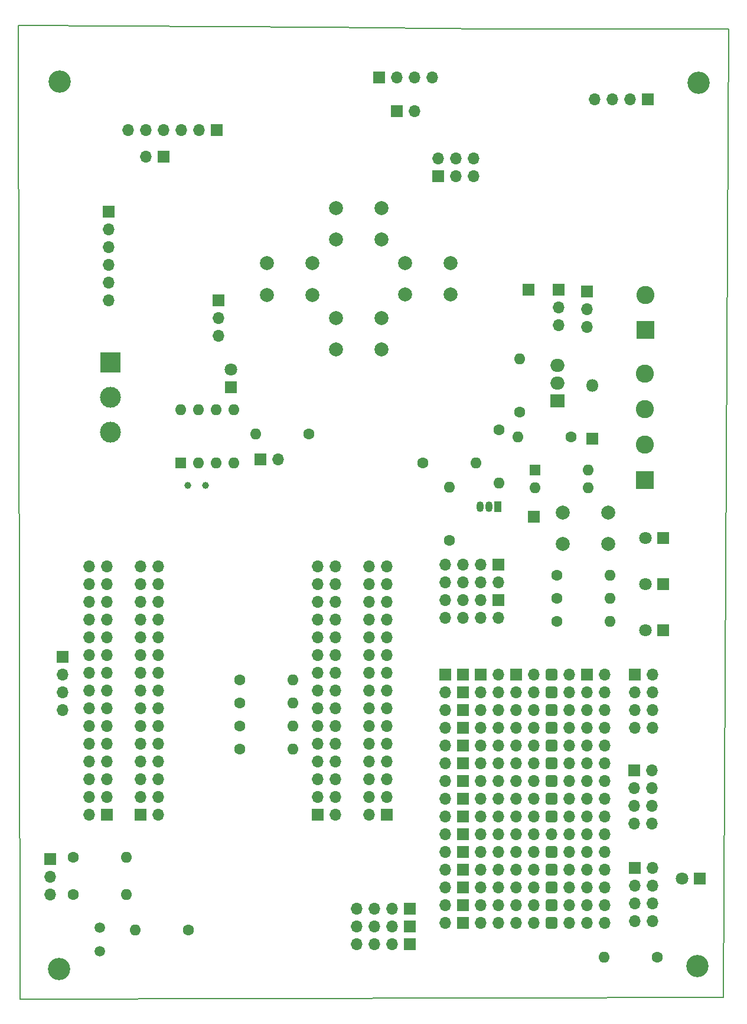
<source format=gbr>
%TF.GenerationSoftware,KiCad,Pcbnew,8.0.1*%
%TF.CreationDate,2024-10-06T19:08:46+02:00*%
%TF.ProjectId,CREPP.io,43524550-502e-4696-9f2e-6b696361645f,rev?*%
%TF.SameCoordinates,Original*%
%TF.FileFunction,Soldermask,Bot*%
%TF.FilePolarity,Negative*%
%FSLAX46Y46*%
G04 Gerber Fmt 4.6, Leading zero omitted, Abs format (unit mm)*
G04 Created by KiCad (PCBNEW 8.0.1) date 2024-10-06 19:08:46*
%MOMM*%
%LPD*%
G01*
G04 APERTURE LIST*
G04 Aperture macros list*
%AMFreePoly0*
4,1,25,-0.850000,0.425000,-0.829199,0.556332,-0.768832,0.674809,-0.674809,0.768832,-0.556332,0.829199,-0.425000,0.850000,0.425000,0.850000,0.556332,0.829199,0.674809,0.768832,0.768832,0.674809,0.829199,0.556332,0.850000,0.425000,0.850000,-0.425000,0.829199,-0.556332,0.768832,-0.674809,0.674809,-0.768832,0.556332,-0.829199,0.425000,-0.850000,-0.425000,-0.850000,-0.556332,-0.829199,
-0.674809,-0.768832,-0.768832,-0.674809,-0.829199,-0.556332,-0.850000,-0.425000,-0.850000,0.425000,-0.850000,0.425000,$1*%
G04 Aperture macros list end*
%ADD10C,1.600000*%
%ADD11O,1.600000X1.600000*%
%ADD12R,1.700000X1.700000*%
%ADD13O,1.700000X1.700000*%
%ADD14R,3.000000X3.000000*%
%ADD15C,3.000000*%
%ADD16R,1.800000X1.800000*%
%ADD17C,1.800000*%
%ADD18C,2.000000*%
%ADD19C,3.200000*%
%ADD20R,2.600000X2.600000*%
%ADD21C,2.600000*%
%ADD22R,1.600000X1.600000*%
%ADD23O,1.800000X1.800000*%
%ADD24C,1.500000*%
%ADD25FreePoly0,0.000000*%
%ADD26C,1.000000*%
%ADD27R,2.000000X1.905000*%
%ADD28O,2.000000X1.905000*%
%ADD29R,1.050000X1.500000*%
%ADD30O,1.050000X1.500000*%
%TA.AperFunction,Profile*%
%ADD31C,0.200000*%
%TD*%
G04 APERTURE END LIST*
D10*
%TO.C,R7*%
X176570194Y-97028989D03*
D11*
X184190194Y-97028989D03*
%TD*%
D12*
%TO.C,J25*%
X112333194Y-41681989D03*
D13*
X112333194Y-44221989D03*
X112333194Y-46761989D03*
X112333194Y-49301989D03*
X112333194Y-51841989D03*
X112333194Y-54381989D03*
%TD*%
D14*
%TO.C,RV1*%
X112562194Y-63246989D03*
D15*
X112562194Y-68246989D03*
X112562194Y-73246989D03*
%TD*%
D12*
%TO.C,J20*%
X155488194Y-146558989D03*
D13*
X152948194Y-146558989D03*
X150408194Y-146558989D03*
X147868194Y-146558989D03*
%TD*%
D12*
%TO.C,J30*%
X176824194Y-52847989D03*
D13*
X176824194Y-55387989D03*
X176824194Y-57927989D03*
%TD*%
D12*
%TO.C,J13*%
X168188194Y-92202989D03*
D13*
X168188194Y-94742989D03*
X165648194Y-92202989D03*
X165648194Y-94742989D03*
X163108194Y-92202989D03*
X163108194Y-94742989D03*
X160568194Y-92202989D03*
X160568194Y-94742989D03*
%TD*%
D16*
%TO.C,D3*%
X191810194Y-101600989D03*
D17*
X189270194Y-101600989D03*
%TD*%
D18*
%TO.C,SW4*%
X144872194Y-56932989D03*
X151372194Y-56932989D03*
X144872194Y-61432989D03*
X151372194Y-61432989D03*
%TD*%
D12*
%TO.C,J4*%
X116880194Y-128016989D03*
D13*
X119420194Y-128016989D03*
X116880194Y-125476989D03*
X119420194Y-125476989D03*
X116880194Y-122936989D03*
X119420194Y-122936989D03*
X116880194Y-120396989D03*
X119420194Y-120396989D03*
X116880194Y-117856989D03*
X119420194Y-117856989D03*
X116880194Y-115316989D03*
X119420194Y-115316989D03*
X116880194Y-112776989D03*
X119420194Y-112776989D03*
X116880194Y-110236989D03*
X119420194Y-110236989D03*
X116880194Y-107696989D03*
X119420194Y-107696989D03*
X116880194Y-105156989D03*
X119420194Y-105156989D03*
X116880194Y-102616989D03*
X119420194Y-102616989D03*
X116880194Y-100076989D03*
X119420194Y-100076989D03*
X116880194Y-97536989D03*
X119420194Y-97536989D03*
X116880194Y-94996989D03*
X119420194Y-94996989D03*
X116880194Y-92456989D03*
X119420194Y-92456989D03*
%TD*%
D12*
%TO.C,J15*%
X168188194Y-97282989D03*
D13*
X168188194Y-99822989D03*
X165648194Y-97282989D03*
X165648194Y-99822989D03*
X163108194Y-97282989D03*
X163108194Y-99822989D03*
X160568194Y-97282989D03*
X160568194Y-99822989D03*
%TD*%
D10*
%TO.C,R27*%
X141010194Y-73533989D03*
D11*
X133390194Y-73533989D03*
%TD*%
D12*
%TO.C,J19*%
X155488194Y-141478989D03*
D13*
X152948194Y-141478989D03*
X150408194Y-141478989D03*
X147868194Y-141478989D03*
%TD*%
D12*
%TO.C,J16*%
X159552194Y-36576989D03*
D13*
X159552194Y-34036989D03*
X162092194Y-36576989D03*
X162092194Y-34036989D03*
X164632194Y-36576989D03*
X164632194Y-34036989D03*
%TD*%
D12*
%TO.C,J6*%
X152186194Y-128016989D03*
D13*
X149646194Y-128016989D03*
X152186194Y-125476989D03*
X149646194Y-125476989D03*
X152186194Y-122936989D03*
X149646194Y-122936989D03*
X152186194Y-120396989D03*
X149646194Y-120396989D03*
X152186194Y-117856989D03*
X149646194Y-117856989D03*
X152186194Y-115316989D03*
X149646194Y-115316989D03*
X152186194Y-112776989D03*
X149646194Y-112776989D03*
X152186194Y-110236989D03*
X149646194Y-110236989D03*
X152186194Y-107696989D03*
X149646194Y-107696989D03*
X152186194Y-105156989D03*
X149646194Y-105156989D03*
X152186194Y-102616989D03*
X149646194Y-102616989D03*
X152186194Y-100076989D03*
X149646194Y-100076989D03*
X152186194Y-97536989D03*
X149646194Y-97536989D03*
X152186194Y-94996989D03*
X149646194Y-94996989D03*
X152186194Y-92456989D03*
X149646194Y-92456989D03*
%TD*%
D19*
%TO.C,H1*%
X196839394Y-23216589D03*
%TD*%
D12*
%TO.C,J7*%
X112054194Y-128016989D03*
D13*
X109514194Y-128016989D03*
X112054194Y-125476989D03*
X109514194Y-125476989D03*
X112054194Y-122936989D03*
X109514194Y-122936989D03*
X112054194Y-120396989D03*
X109514194Y-120396989D03*
X112054194Y-117856989D03*
X109514194Y-117856989D03*
X112054194Y-115316989D03*
X109514194Y-115316989D03*
X112054194Y-112776989D03*
X109514194Y-112776989D03*
X112054194Y-110236989D03*
X109514194Y-110236989D03*
X112054194Y-107696989D03*
X109514194Y-107696989D03*
X112054194Y-105156989D03*
X109514194Y-105156989D03*
X112054194Y-102616989D03*
X109514194Y-102616989D03*
X112054194Y-100076989D03*
X109514194Y-100076989D03*
X112054194Y-97536989D03*
X109514194Y-97536989D03*
X112054194Y-94996989D03*
X109514194Y-94996989D03*
X112054194Y-92456989D03*
X109514194Y-92456989D03*
%TD*%
D19*
%TO.C,H4*%
X196686994Y-149708589D03*
%TD*%
%TO.C,H2*%
X105246994Y-23064189D03*
%TD*%
D20*
%TO.C,J33*%
X189270194Y-58594989D03*
D21*
X189270194Y-53594989D03*
%TD*%
D18*
%TO.C,SW2*%
X144872194Y-41184989D03*
X151372194Y-41184989D03*
X144872194Y-45684989D03*
X151372194Y-45684989D03*
%TD*%
D10*
%TO.C,R1*%
X131104194Y-118618989D03*
D11*
X138724194Y-118618989D03*
%TD*%
D12*
%TO.C,J23*%
X151043194Y-22479989D03*
D13*
X153583194Y-22479989D03*
X156123194Y-22479989D03*
X158663194Y-22479989D03*
%TD*%
D10*
%TO.C,R17*%
X161126994Y-88748589D03*
D11*
X161126994Y-81128589D03*
%TD*%
D16*
%TO.C,D1*%
X191810194Y-88392989D03*
D17*
X189270194Y-88392989D03*
%TD*%
D12*
%TO.C,J21*%
X155488194Y-144018989D03*
D13*
X152948194Y-144018989D03*
X150408194Y-144018989D03*
X147868194Y-144018989D03*
%TD*%
D22*
%TO.C,U2*%
X173390194Y-78708989D03*
D11*
X173390194Y-81248989D03*
X181010194Y-81248989D03*
X181010194Y-78708989D03*
%TD*%
D12*
%TO.C,J35*%
X105704194Y-105420989D03*
D13*
X105704194Y-107960989D03*
X105704194Y-110500989D03*
X105704194Y-113040989D03*
%TD*%
D12*
%TO.C,J12*%
X160568194Y-107950989D03*
X163108194Y-107950989D03*
D13*
X160568194Y-110490989D03*
D12*
X163108194Y-110490989D03*
D13*
X160568194Y-113030989D03*
D12*
X163108194Y-113030989D03*
D13*
X160568194Y-115570989D03*
D12*
X163108194Y-115570989D03*
D13*
X160568194Y-118110989D03*
D12*
X163108194Y-118110989D03*
D13*
X160568194Y-120650989D03*
D12*
X163108194Y-120650989D03*
D13*
X160568194Y-123190989D03*
D12*
X163108194Y-123190989D03*
D13*
X160568194Y-125730989D03*
D12*
X163108194Y-125730989D03*
D13*
X160568194Y-128270989D03*
D12*
X163108194Y-128270989D03*
D13*
X160568194Y-130810989D03*
D12*
X163108194Y-130810989D03*
D13*
X160568194Y-133350989D03*
D12*
X163108194Y-133350989D03*
D13*
X160568194Y-135890989D03*
D12*
X163108194Y-135890989D03*
D13*
X160568194Y-138430989D03*
D12*
X163108194Y-138430989D03*
D13*
X160568194Y-140970989D03*
D12*
X163108194Y-140970989D03*
D13*
X160568194Y-143510989D03*
D12*
X163108194Y-143510989D03*
%TD*%
%TO.C,J5*%
X142280194Y-128016989D03*
D13*
X144820194Y-128016989D03*
X142280194Y-125476989D03*
X144820194Y-125476989D03*
X142280194Y-122936989D03*
X144820194Y-122936989D03*
X142280194Y-120396989D03*
X144820194Y-120396989D03*
X142280194Y-117856989D03*
X144820194Y-117856989D03*
X142280194Y-115316989D03*
X144820194Y-115316989D03*
X142280194Y-112776989D03*
X144820194Y-112776989D03*
X142280194Y-110236989D03*
X144820194Y-110236989D03*
X142280194Y-107696989D03*
X144820194Y-107696989D03*
X142280194Y-105156989D03*
X144820194Y-105156989D03*
X142280194Y-102616989D03*
X144820194Y-102616989D03*
X142280194Y-100076989D03*
X144820194Y-100076989D03*
X142280194Y-97536989D03*
X144820194Y-97536989D03*
X142280194Y-94996989D03*
X144820194Y-94996989D03*
X142280194Y-92456989D03*
X144820194Y-92456989D03*
%TD*%
D18*
%TO.C,SW3*%
X154830194Y-49022989D03*
X161330194Y-49022989D03*
X154830194Y-53522989D03*
X161330194Y-53522989D03*
%TD*%
D16*
%TO.C,D12*%
X129834194Y-66802989D03*
D17*
X129834194Y-64262989D03*
%TD*%
D16*
%TO.C,D5*%
X181650194Y-74168989D03*
D23*
X181650194Y-66548989D03*
%TD*%
D10*
%TO.C,R2*%
X131104194Y-108712989D03*
D11*
X138724194Y-108712989D03*
%TD*%
D24*
%TO.C,LDR1*%
X111038194Y-144225789D03*
X111038194Y-147625789D03*
%TD*%
D12*
%TO.C,JP7*%
X134050594Y-77166189D03*
D13*
X136590594Y-77166189D03*
%TD*%
D12*
%TO.C,J8*%
X180888194Y-107950989D03*
D13*
X183428194Y-107950989D03*
X180888194Y-110490989D03*
X183428194Y-110490989D03*
X180888194Y-113030989D03*
X183428194Y-113030989D03*
X180888194Y-115570989D03*
X183428194Y-115570989D03*
X180888194Y-118110989D03*
X183428194Y-118110989D03*
X180888194Y-120650989D03*
X183428194Y-120650989D03*
X180888194Y-123190989D03*
X183428194Y-123190989D03*
X180888194Y-125730989D03*
X183428194Y-125730989D03*
X180888194Y-128270989D03*
X183428194Y-128270989D03*
X180888194Y-130810989D03*
X183428194Y-130810989D03*
X180888194Y-133350989D03*
X183428194Y-133350989D03*
X180888194Y-135890989D03*
X183428194Y-135890989D03*
X180888194Y-138430989D03*
X183428194Y-138430989D03*
X180888194Y-140970989D03*
X183428194Y-140970989D03*
X180888194Y-143510989D03*
X183428194Y-143510989D03*
%TD*%
D12*
%TO.C,J17*%
X187658194Y-121666989D03*
D13*
X190198194Y-121666989D03*
X187658194Y-124206989D03*
X190198194Y-124206989D03*
X187658194Y-126746989D03*
X190198194Y-126746989D03*
X187658194Y-129286989D03*
X190198194Y-129286989D03*
%TD*%
D12*
%TO.C,J3*%
X187746194Y-107950989D03*
D13*
X190286194Y-107950989D03*
X187746194Y-110490989D03*
X190286194Y-110490989D03*
X187746194Y-113030989D03*
X190286194Y-113030989D03*
X187746194Y-115570989D03*
X190286194Y-115570989D03*
%TD*%
D12*
%TO.C,J29*%
X127802194Y-29972989D03*
D13*
X125262194Y-29972989D03*
X122722194Y-29972989D03*
X120182194Y-29972989D03*
X117642194Y-29972989D03*
X115102194Y-29972989D03*
%TD*%
D12*
%TO.C,J9*%
X165648194Y-107950989D03*
D13*
X168188194Y-107950989D03*
X165648194Y-110490989D03*
X168188194Y-110490989D03*
X165648194Y-113030989D03*
X168188194Y-113030989D03*
X165648194Y-115570989D03*
X168188194Y-115570989D03*
X165648194Y-118110989D03*
X168188194Y-118110989D03*
X165648194Y-120650989D03*
X168188194Y-120650989D03*
X165648194Y-123190989D03*
X168188194Y-123190989D03*
X165648194Y-125730989D03*
X168188194Y-125730989D03*
X165648194Y-128270989D03*
X168188194Y-128270989D03*
X165648194Y-130810989D03*
X168188194Y-130810989D03*
X165648194Y-133350989D03*
X168188194Y-133350989D03*
X165648194Y-135890989D03*
X168188194Y-135890989D03*
X165648194Y-138430989D03*
X168188194Y-138430989D03*
X165648194Y-140970989D03*
X168188194Y-140970989D03*
X165648194Y-143510989D03*
X168188194Y-143510989D03*
%TD*%
D16*
%TO.C,D4*%
X197017194Y-137160989D03*
D17*
X194477194Y-137160989D03*
%TD*%
D12*
%TO.C,J36*%
X128056194Y-54356989D03*
D13*
X128056194Y-56896989D03*
X128056194Y-59436989D03*
%TD*%
D10*
%TO.C,R3*%
X131104194Y-112014989D03*
D11*
X138724194Y-112014989D03*
%TD*%
D10*
%TO.C,R5*%
X190921194Y-148463989D03*
D11*
X183301194Y-148463989D03*
%TD*%
D12*
%TO.C,J26*%
X103926194Y-134366989D03*
D13*
X103926194Y-136906989D03*
X103926194Y-139446989D03*
%TD*%
D12*
%TO.C,J37*%
X173268194Y-85344989D03*
%TD*%
D10*
%TO.C,R16*%
X107228194Y-139446989D03*
D11*
X114848194Y-139446989D03*
%TD*%
D10*
%TO.C,R15*%
X123738194Y-144526989D03*
D11*
X116118194Y-144526989D03*
%TD*%
D25*
%TO.C,J11*%
X175808194Y-107950989D03*
D13*
X178348194Y-107950989D03*
D25*
X175808194Y-110490989D03*
D13*
X178348194Y-110490989D03*
D25*
X175808194Y-113030989D03*
D13*
X178348194Y-113030989D03*
D25*
X175808194Y-115570989D03*
D13*
X178348194Y-115570989D03*
D25*
X175808194Y-118110989D03*
D13*
X178348194Y-118110989D03*
D25*
X175808194Y-120650989D03*
D13*
X178348194Y-120650989D03*
D25*
X175808194Y-123190989D03*
D13*
X178348194Y-123190989D03*
D25*
X175808194Y-125730989D03*
D13*
X178348194Y-125730989D03*
D25*
X175808194Y-128270989D03*
D13*
X178348194Y-128270989D03*
X175808194Y-130810989D03*
X178348194Y-130810989D03*
D25*
X175808194Y-133350989D03*
D13*
X178348194Y-133350989D03*
D25*
X175808194Y-135890989D03*
D13*
X178348194Y-135890989D03*
D25*
X175808194Y-138430989D03*
D13*
X178348194Y-138430989D03*
D25*
X175808194Y-140970989D03*
D13*
X178348194Y-140970989D03*
D25*
X175808194Y-143510989D03*
D13*
X178348194Y-143510989D03*
%TD*%
D10*
%TO.C,R12*%
X168289794Y-72949789D03*
D11*
X168289794Y-80569789D03*
%TD*%
D19*
%TO.C,H3*%
X105196194Y-150165789D03*
%TD*%
D20*
%TO.C,J1*%
X189200194Y-80088989D03*
D21*
X189200194Y-75008989D03*
X189200194Y-69928989D03*
X189200194Y-64848989D03*
%TD*%
D12*
%TO.C,J32*%
X180888194Y-53086989D03*
D13*
X180888194Y-55626989D03*
X180888194Y-58166989D03*
%TD*%
D10*
%TO.C,R6*%
X176570194Y-93726989D03*
D11*
X184190194Y-93726989D03*
%TD*%
D10*
%TO.C,R8*%
X176570194Y-100330989D03*
D11*
X184190194Y-100330989D03*
%TD*%
D12*
%TO.C,J10*%
X170728194Y-107950989D03*
D13*
X173268194Y-107950989D03*
X170728194Y-110490989D03*
X173268194Y-110490989D03*
X170728194Y-113030989D03*
X173268194Y-113030989D03*
X170728194Y-115570989D03*
X173268194Y-115570989D03*
X170728194Y-118110989D03*
X173268194Y-118110989D03*
X170728194Y-120650989D03*
X173268194Y-120650989D03*
X170728194Y-123190989D03*
X173268194Y-123190989D03*
X170728194Y-125730989D03*
X173268194Y-125730989D03*
X170728194Y-128270989D03*
X173268194Y-128270989D03*
X170728194Y-130810989D03*
X173268194Y-130810989D03*
X170728194Y-133350989D03*
X173268194Y-133350989D03*
X170728194Y-135890989D03*
X173268194Y-135890989D03*
X170728194Y-138430989D03*
X173268194Y-138430989D03*
X170728194Y-140970989D03*
X173268194Y-140970989D03*
X170728194Y-143510989D03*
X173268194Y-143510989D03*
%TD*%
D12*
%TO.C,J27*%
X153583194Y-27305989D03*
D13*
X156123194Y-27305989D03*
%TD*%
D26*
%TO.C,Y2*%
X123611194Y-80899989D03*
X126151194Y-80899989D03*
%TD*%
D10*
%TO.C,R13*%
X157316994Y-77674189D03*
D11*
X164936994Y-77674189D03*
%TD*%
D27*
%TO.C,Q1*%
X176600194Y-68758989D03*
D28*
X176600194Y-66218989D03*
X176600194Y-63678989D03*
%TD*%
D18*
%TO.C,SW1*%
X135018194Y-49094989D03*
X141518194Y-49094989D03*
X135018194Y-53594989D03*
X141518194Y-53594989D03*
%TD*%
D12*
%TO.C,J18*%
X187746194Y-135636989D03*
D13*
X190286194Y-135636989D03*
X187746194Y-138176989D03*
X190286194Y-138176989D03*
X187746194Y-140716989D03*
X190286194Y-140716989D03*
X187746194Y-143256989D03*
X190286194Y-143256989D03*
%TD*%
D12*
%TO.C,J14*%
X189574994Y-25604189D03*
D13*
X187034994Y-25604189D03*
X184494994Y-25604189D03*
X181954994Y-25604189D03*
%TD*%
D12*
%TO.C,J28*%
X120182194Y-33782989D03*
D13*
X117642194Y-33782989D03*
%TD*%
D18*
%TO.C,SW5*%
X177436194Y-84786189D03*
X183936194Y-84786189D03*
X177436194Y-89286189D03*
X183936194Y-89286189D03*
%TD*%
D12*
%TO.C,J34*%
X172506194Y-52832989D03*
%TD*%
D10*
%TO.C,R4*%
X131104194Y-115316989D03*
D11*
X138724194Y-115316989D03*
%TD*%
D16*
%TO.C,D2*%
X191810194Y-94996989D03*
D17*
X189270194Y-94996989D03*
%TD*%
D10*
%TO.C,R9*%
X171236194Y-70358989D03*
D11*
X171236194Y-62738989D03*
%TD*%
D10*
%TO.C,R14*%
X178602194Y-73914989D03*
D11*
X170982194Y-73914989D03*
%TD*%
D10*
%TO.C,R10*%
X107228194Y-134112989D03*
D11*
X114848194Y-134112989D03*
%TD*%
D29*
%TO.C,Q2*%
X168086594Y-83968989D03*
D30*
X166816594Y-83968989D03*
X165546594Y-83968989D03*
%TD*%
D22*
%TO.C,U14*%
X122605194Y-77714989D03*
D11*
X125145194Y-77714989D03*
X127685194Y-77714989D03*
X130225194Y-77714989D03*
X130225194Y-70094989D03*
X127685194Y-70094989D03*
X125145194Y-70094989D03*
X122605194Y-70094989D03*
%TD*%
D31*
X142798800Y-15240000D02*
X166928800Y-15494000D01*
X167182800Y-15494000D01*
X201218800Y-15494000D01*
X200456800Y-154178000D01*
X99618800Y-154432000D01*
X99364800Y-14986000D01*
X142798800Y-15240000D01*
M02*

</source>
